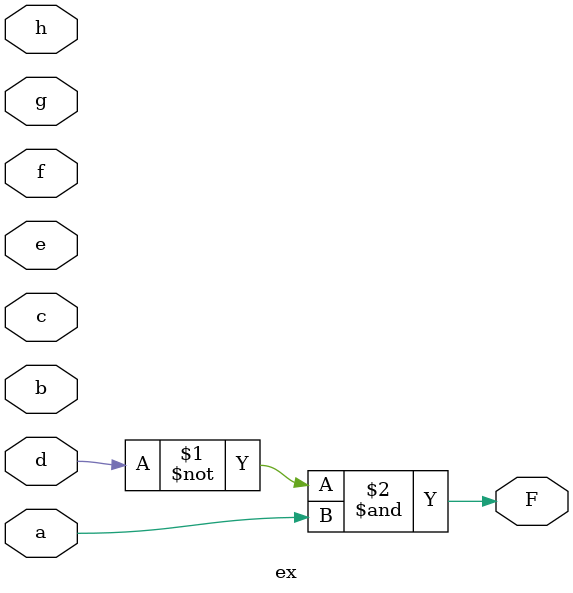
<source format=v>

module ex ( 
    a, b, c, d, e, f, g, h,
    F  );
  input  a, b, c, d, e, f, g, h;
  output F;
  assign F = ~d & a;
endmodule



</source>
